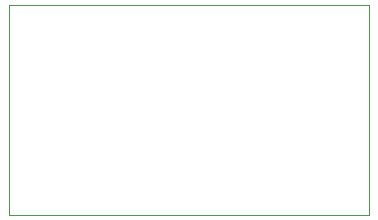
<source format=gm1>
G04 #@! TF.GenerationSoftware,KiCad,Pcbnew,7.0.9*
G04 #@! TF.CreationDate,2024-04-26T16:02:49+09:00*
G04 #@! TF.ProjectId,Geekble_Mini_ESP32C3,4765656b-626c-4655-9f4d-696e695f4553,1*
G04 #@! TF.SameCoordinates,Original*
G04 #@! TF.FileFunction,Profile,NP*
%FSLAX46Y46*%
G04 Gerber Fmt 4.6, Leading zero omitted, Abs format (unit mm)*
G04 Created by KiCad (PCBNEW 7.0.9) date 2024-04-26 16:02:49*
%MOMM*%
%LPD*%
G01*
G04 APERTURE LIST*
G04 #@! TA.AperFunction,Profile*
%ADD10C,0.010000*%
G04 #@! TD*
G04 APERTURE END LIST*
D10*
X28999990Y-27220010D02*
X28999990Y-45000010D01*
X28999990Y-45000010D02*
X59479990Y-45000010D01*
X59479990Y-27220010D02*
X28999990Y-27220010D01*
X59479990Y-45000010D02*
X59479990Y-27220010D01*
M02*

</source>
